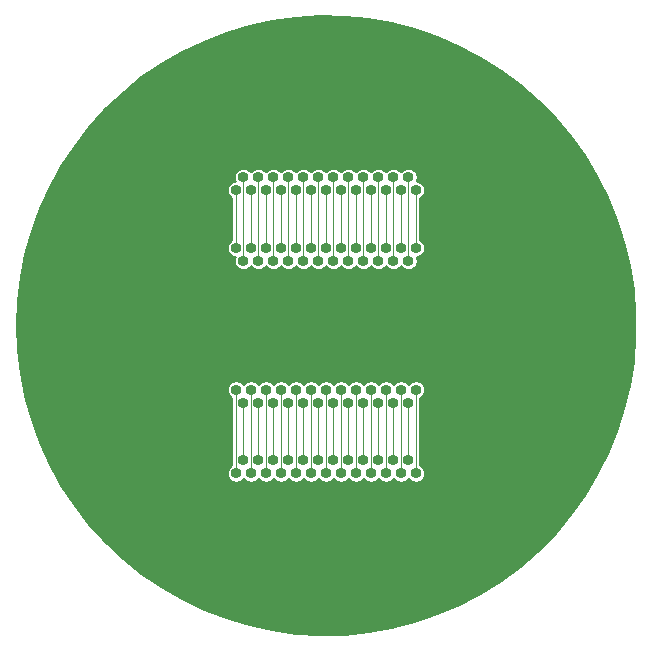
<source format=gbr>
%TF.GenerationSoftware,KiCad,Pcbnew,(5.1.10)-1*%
%TF.CreationDate,2022-07-15T13:15:32-06:00*%
%TF.ProjectId,Double_MicroD_25_Gateway,446f7562-6c65-45f4-9d69-63726f445f32,rev?*%
%TF.SameCoordinates,Original*%
%TF.FileFunction,Copper,L1,Top*%
%TF.FilePolarity,Positive*%
%FSLAX46Y46*%
G04 Gerber Fmt 4.6, Leading zero omitted, Abs format (unit mm)*
G04 Created by KiCad (PCBNEW (5.1.10)-1) date 2022-07-15 13:15:32*
%MOMM*%
%LPD*%
G01*
G04 APERTURE LIST*
%TA.AperFunction,ComponentPad*%
%ADD10O,0.920000X0.920000*%
%TD*%
%TA.AperFunction,Conductor*%
%ADD11C,0.100000*%
%TD*%
%TA.AperFunction,NonConductor*%
%ADD12C,0.254000*%
%TD*%
%TA.AperFunction,NonConductor*%
%ADD13C,0.100000*%
%TD*%
G04 APERTURE END LIST*
D10*
%TO.P,J4,1*%
%TO.N,Net-(J3-Pad1)*%
X-7620000Y-12550000D03*
%TO.P,J4,14*%
%TO.N,Net-(J3-Pad14)*%
X-6985000Y-11450000D03*
%TO.P,J4,2*%
%TO.N,Net-(J3-Pad2)*%
X-6350000Y-12550000D03*
%TO.P,J4,15*%
%TO.N,Net-(J3-Pad15)*%
X-5715000Y-11450000D03*
%TO.P,J4,3*%
%TO.N,Net-(J3-Pad3)*%
X-5080000Y-12550000D03*
%TO.P,J4,16*%
%TO.N,Net-(J3-Pad16)*%
X-4445000Y-11450000D03*
%TO.P,J4,4*%
%TO.N,Net-(J3-Pad4)*%
X-3810000Y-12550000D03*
%TO.P,J4,17*%
%TO.N,Net-(J3-Pad17)*%
X-3175000Y-11450000D03*
%TO.P,J4,5*%
%TO.N,Net-(J3-Pad5)*%
X-2540000Y-12550000D03*
%TO.P,J4,18*%
%TO.N,Net-(J3-Pad18)*%
X-1905000Y-11450000D03*
%TO.P,J4,6*%
%TO.N,Net-(J3-Pad6)*%
X-1270000Y-12550000D03*
%TO.P,J4,19*%
%TO.N,Net-(J3-Pad19)*%
X-635000Y-11450000D03*
%TO.P,J4,7*%
%TO.N,Net-(J3-Pad7)*%
X0Y-12550000D03*
%TO.P,J4,20*%
%TO.N,Net-(J3-Pad20)*%
X635000Y-11450000D03*
%TO.P,J4,8*%
%TO.N,Net-(J3-Pad8)*%
X1270000Y-12550000D03*
%TO.P,J4,21*%
%TO.N,Net-(J3-Pad21)*%
X1905000Y-11450000D03*
%TO.P,J4,9*%
%TO.N,Net-(J3-Pad9)*%
X2540000Y-12550000D03*
%TO.P,J4,22*%
%TO.N,Net-(J3-Pad22)*%
X3175000Y-11450000D03*
%TO.P,J4,10*%
%TO.N,Net-(J3-Pad10)*%
X3810000Y-12550000D03*
%TO.P,J4,23*%
%TO.N,Net-(J3-Pad23)*%
X4445000Y-11450000D03*
%TO.P,J4,11*%
%TO.N,Net-(J3-Pad11)*%
X5080000Y-12550000D03*
%TO.P,J4,24*%
%TO.N,Net-(J3-Pad24)*%
X5715000Y-11450000D03*
%TO.P,J4,12*%
%TO.N,Net-(J3-Pad12)*%
X6350000Y-12550000D03*
%TO.P,J4,25*%
%TO.N,Net-(J3-Pad25)*%
X6985000Y-11450000D03*
%TO.P,J4,13*%
%TO.N,Net-(J3-Pad13)*%
X7620000Y-12550000D03*
%TD*%
%TO.P,J3,1*%
%TO.N,Net-(J3-Pad1)*%
X-7620000Y-5450000D03*
%TO.P,J3,14*%
%TO.N,Net-(J3-Pad14)*%
X-6985000Y-6550000D03*
%TO.P,J3,2*%
%TO.N,Net-(J3-Pad2)*%
X-6350000Y-5450000D03*
%TO.P,J3,15*%
%TO.N,Net-(J3-Pad15)*%
X-5715000Y-6550000D03*
%TO.P,J3,3*%
%TO.N,Net-(J3-Pad3)*%
X-5080000Y-5450000D03*
%TO.P,J3,16*%
%TO.N,Net-(J3-Pad16)*%
X-4445000Y-6550000D03*
%TO.P,J3,4*%
%TO.N,Net-(J3-Pad4)*%
X-3810000Y-5450000D03*
%TO.P,J3,17*%
%TO.N,Net-(J3-Pad17)*%
X-3175000Y-6550000D03*
%TO.P,J3,5*%
%TO.N,Net-(J3-Pad5)*%
X-2540000Y-5450000D03*
%TO.P,J3,18*%
%TO.N,Net-(J3-Pad18)*%
X-1905000Y-6550000D03*
%TO.P,J3,6*%
%TO.N,Net-(J3-Pad6)*%
X-1270000Y-5450000D03*
%TO.P,J3,19*%
%TO.N,Net-(J3-Pad19)*%
X-635000Y-6550000D03*
%TO.P,J3,7*%
%TO.N,Net-(J3-Pad7)*%
X0Y-5450000D03*
%TO.P,J3,20*%
%TO.N,Net-(J3-Pad20)*%
X635000Y-6550000D03*
%TO.P,J3,8*%
%TO.N,Net-(J3-Pad8)*%
X1270000Y-5450000D03*
%TO.P,J3,21*%
%TO.N,Net-(J3-Pad21)*%
X1905000Y-6550000D03*
%TO.P,J3,9*%
%TO.N,Net-(J3-Pad9)*%
X2540000Y-5450000D03*
%TO.P,J3,22*%
%TO.N,Net-(J3-Pad22)*%
X3175000Y-6550000D03*
%TO.P,J3,10*%
%TO.N,Net-(J3-Pad10)*%
X3810000Y-5450000D03*
%TO.P,J3,23*%
%TO.N,Net-(J3-Pad23)*%
X4445000Y-6550000D03*
%TO.P,J3,11*%
%TO.N,Net-(J3-Pad11)*%
X5080000Y-5450000D03*
%TO.P,J3,24*%
%TO.N,Net-(J3-Pad24)*%
X5715000Y-6550000D03*
%TO.P,J3,12*%
%TO.N,Net-(J3-Pad12)*%
X6350000Y-5450000D03*
%TO.P,J3,25*%
%TO.N,Net-(J3-Pad25)*%
X6985000Y-6550000D03*
%TO.P,J3,13*%
%TO.N,Net-(J3-Pad13)*%
X7620000Y-5450000D03*
%TD*%
%TO.P,J2,1*%
%TO.N,Net-(J1-Pad1)*%
X-7620000Y11450000D03*
%TO.P,J2,14*%
%TO.N,Net-(J1-Pad14)*%
X-6985000Y12550000D03*
%TO.P,J2,2*%
%TO.N,Net-(J1-Pad2)*%
X-6350000Y11450000D03*
%TO.P,J2,15*%
%TO.N,Net-(J1-Pad15)*%
X-5715000Y12550000D03*
%TO.P,J2,3*%
%TO.N,Net-(J1-Pad3)*%
X-5080000Y11450000D03*
%TO.P,J2,16*%
%TO.N,Net-(J1-Pad16)*%
X-4445000Y12550000D03*
%TO.P,J2,4*%
%TO.N,Net-(J1-Pad4)*%
X-3810000Y11450000D03*
%TO.P,J2,17*%
%TO.N,Net-(J1-Pad17)*%
X-3175000Y12550000D03*
%TO.P,J2,5*%
%TO.N,Net-(J1-Pad5)*%
X-2540000Y11450000D03*
%TO.P,J2,18*%
%TO.N,Net-(J1-Pad18)*%
X-1905000Y12550000D03*
%TO.P,J2,6*%
%TO.N,Net-(J1-Pad6)*%
X-1270000Y11450000D03*
%TO.P,J2,19*%
%TO.N,Net-(J1-Pad19)*%
X-635000Y12550000D03*
%TO.P,J2,7*%
%TO.N,Net-(J1-Pad7)*%
X0Y11450000D03*
%TO.P,J2,20*%
%TO.N,Net-(J1-Pad20)*%
X635000Y12550000D03*
%TO.P,J2,8*%
%TO.N,Net-(J1-Pad8)*%
X1270000Y11450000D03*
%TO.P,J2,21*%
%TO.N,Net-(J1-Pad21)*%
X1905000Y12550000D03*
%TO.P,J2,9*%
%TO.N,Net-(J1-Pad9)*%
X2540000Y11450000D03*
%TO.P,J2,22*%
%TO.N,Net-(J1-Pad22)*%
X3175000Y12550000D03*
%TO.P,J2,10*%
%TO.N,Net-(J1-Pad10)*%
X3810000Y11450000D03*
%TO.P,J2,23*%
%TO.N,Net-(J1-Pad23)*%
X4445000Y12550000D03*
%TO.P,J2,11*%
%TO.N,Net-(J1-Pad11)*%
X5080000Y11450000D03*
%TO.P,J2,24*%
%TO.N,Net-(J1-Pad24)*%
X5715000Y12550000D03*
%TO.P,J2,12*%
%TO.N,Net-(J1-Pad12)*%
X6350000Y11450000D03*
%TO.P,J2,25*%
%TO.N,Net-(J1-Pad25)*%
X6985000Y12550000D03*
%TO.P,J2,13*%
%TO.N,Net-(J1-Pad13)*%
X7620000Y11450000D03*
%TD*%
%TO.P,J1,1*%
%TO.N,Net-(J1-Pad1)*%
X-7620000Y6550000D03*
%TO.P,J1,14*%
%TO.N,Net-(J1-Pad14)*%
X-6985000Y5450000D03*
%TO.P,J1,2*%
%TO.N,Net-(J1-Pad2)*%
X-6350000Y6550000D03*
%TO.P,J1,15*%
%TO.N,Net-(J1-Pad15)*%
X-5715000Y5450000D03*
%TO.P,J1,3*%
%TO.N,Net-(J1-Pad3)*%
X-5080000Y6550000D03*
%TO.P,J1,16*%
%TO.N,Net-(J1-Pad16)*%
X-4445000Y5450000D03*
%TO.P,J1,4*%
%TO.N,Net-(J1-Pad4)*%
X-3810000Y6550000D03*
%TO.P,J1,17*%
%TO.N,Net-(J1-Pad17)*%
X-3175000Y5450000D03*
%TO.P,J1,5*%
%TO.N,Net-(J1-Pad5)*%
X-2540000Y6550000D03*
%TO.P,J1,18*%
%TO.N,Net-(J1-Pad18)*%
X-1905000Y5450000D03*
%TO.P,J1,6*%
%TO.N,Net-(J1-Pad6)*%
X-1270000Y6550000D03*
%TO.P,J1,19*%
%TO.N,Net-(J1-Pad19)*%
X-635000Y5450000D03*
%TO.P,J1,7*%
%TO.N,Net-(J1-Pad7)*%
X0Y6550000D03*
%TO.P,J1,20*%
%TO.N,Net-(J1-Pad20)*%
X635000Y5450000D03*
%TO.P,J1,8*%
%TO.N,Net-(J1-Pad8)*%
X1270000Y6550000D03*
%TO.P,J1,21*%
%TO.N,Net-(J1-Pad21)*%
X1905000Y5450000D03*
%TO.P,J1,9*%
%TO.N,Net-(J1-Pad9)*%
X2540000Y6550000D03*
%TO.P,J1,22*%
%TO.N,Net-(J1-Pad22)*%
X3175000Y5450000D03*
%TO.P,J1,10*%
%TO.N,Net-(J1-Pad10)*%
X3810000Y6550000D03*
%TO.P,J1,23*%
%TO.N,Net-(J1-Pad23)*%
X4445000Y5450000D03*
%TO.P,J1,11*%
%TO.N,Net-(J1-Pad11)*%
X5080000Y6550000D03*
%TO.P,J1,24*%
%TO.N,Net-(J1-Pad24)*%
X5715000Y5450000D03*
%TO.P,J1,12*%
%TO.N,Net-(J1-Pad12)*%
X6350000Y6550000D03*
%TO.P,J1,25*%
%TO.N,Net-(J1-Pad25)*%
X6985000Y5450000D03*
%TO.P,J1,13*%
%TO.N,Net-(J1-Pad13)*%
X7620000Y6550000D03*
%TD*%
D11*
%TO.N,Net-(J1-Pad1)*%
X-7620000Y6550000D02*
X-7620000Y11450000D01*
%TO.N,Net-(J1-Pad14)*%
X-6985000Y12550000D02*
X-6985000Y5450000D01*
%TO.N,Net-(J1-Pad2)*%
X-6350000Y11450000D02*
X-6350000Y6550000D01*
%TO.N,Net-(J1-Pad15)*%
X-5715000Y12550000D02*
X-5715000Y5450000D01*
%TO.N,Net-(J1-Pad3)*%
X-5080000Y6550000D02*
X-5080000Y11450000D01*
%TO.N,Net-(J1-Pad16)*%
X-4445000Y12550000D02*
X-4445000Y5450000D01*
%TO.N,Net-(J1-Pad4)*%
X-3810000Y6550000D02*
X-3810000Y11450000D01*
%TO.N,Net-(J1-Pad17)*%
X-3175000Y12550000D02*
X-3175000Y5450000D01*
%TO.N,Net-(J1-Pad5)*%
X-2540000Y6550000D02*
X-2540000Y11450000D01*
%TO.N,Net-(J1-Pad18)*%
X-1905000Y12550000D02*
X-1905000Y5450000D01*
%TO.N,Net-(J1-Pad6)*%
X-1270000Y6550000D02*
X-1270000Y11450000D01*
%TO.N,Net-(J1-Pad19)*%
X-635000Y12550000D02*
X-635000Y5450000D01*
%TO.N,Net-(J1-Pad7)*%
X0Y11450000D02*
X0Y6550000D01*
%TO.N,Net-(J1-Pad20)*%
X635000Y12550000D02*
X635000Y5450000D01*
%TO.N,Net-(J1-Pad8)*%
X1270000Y11450000D02*
X1270000Y6550000D01*
%TO.N,Net-(J1-Pad21)*%
X1905000Y5450000D02*
X1905000Y12550000D01*
%TO.N,Net-(J1-Pad9)*%
X2540000Y11450000D02*
X2540000Y6550000D01*
%TO.N,Net-(J1-Pad22)*%
X3175000Y5450000D02*
X3175000Y12550000D01*
%TO.N,Net-(J1-Pad10)*%
X3810000Y11450000D02*
X3810000Y6550000D01*
%TO.N,Net-(J1-Pad23)*%
X4445000Y11703002D02*
X4445000Y12550000D01*
X4445000Y5450000D02*
X4445000Y11703002D01*
%TO.N,Net-(J1-Pad11)*%
X5080000Y11450000D02*
X5080000Y6550000D01*
%TO.N,Net-(J1-Pad24)*%
X5715000Y5450000D02*
X5715000Y12550000D01*
%TO.N,Net-(J1-Pad12)*%
X6350000Y11450000D02*
X6350000Y6550000D01*
%TO.N,Net-(J1-Pad25)*%
X6985000Y5450000D02*
X6985000Y12550000D01*
%TO.N,Net-(J1-Pad13)*%
X7620000Y11450000D02*
X7620000Y6550000D01*
%TO.N,Net-(J3-Pad1)*%
X-7620000Y-5450000D02*
X-7620000Y-12550000D01*
%TO.N,Net-(J3-Pad14)*%
X-6985000Y-11450000D02*
X-6985000Y-6550000D01*
%TO.N,Net-(J3-Pad2)*%
X-6350000Y-5450000D02*
X-6350000Y-12550000D01*
%TO.N,Net-(J3-Pad15)*%
X-5715000Y-11450000D02*
X-5715000Y-6550000D01*
%TO.N,Net-(J3-Pad3)*%
X-5080000Y-12550000D02*
X-5080000Y-5450000D01*
%TO.N,Net-(J3-Pad16)*%
X-4445000Y-6550000D02*
X-4445000Y-11450000D01*
%TO.N,Net-(J3-Pad4)*%
X-3810000Y-5450000D02*
X-3810000Y-12550000D01*
%TO.N,Net-(J3-Pad17)*%
X-3175000Y-11450000D02*
X-3175000Y-6550000D01*
%TO.N,Net-(J3-Pad5)*%
X-2540000Y-5450000D02*
X-2540000Y-12550000D01*
%TO.N,Net-(J3-Pad18)*%
X-1905000Y-11450000D02*
X-1905000Y-6550000D01*
%TO.N,Net-(J3-Pad6)*%
X-1270000Y-5450000D02*
X-1270000Y-12550000D01*
%TO.N,Net-(J3-Pad19)*%
X-635000Y-11450000D02*
X-635000Y-6550000D01*
%TO.N,Net-(J3-Pad7)*%
X0Y-5450000D02*
X0Y-12550000D01*
%TO.N,Net-(J3-Pad20)*%
X635000Y-11450000D02*
X635000Y-6550000D01*
%TO.N,Net-(J3-Pad8)*%
X1270000Y-5450000D02*
X1270000Y-12550000D01*
%TO.N,Net-(J3-Pad21)*%
X1905000Y-11450000D02*
X1905000Y-6550000D01*
%TO.N,Net-(J3-Pad9)*%
X2540000Y-5450000D02*
X2540000Y-12550000D01*
%TO.N,Net-(J3-Pad22)*%
X3175000Y-11450000D02*
X3175000Y-6550000D01*
%TO.N,Net-(J3-Pad10)*%
X3810000Y-5450000D02*
X3810000Y-12550000D01*
%TO.N,Net-(J3-Pad23)*%
X4445000Y-11450000D02*
X4445000Y-6550000D01*
%TO.N,Net-(J3-Pad11)*%
X5080000Y-5450000D02*
X5080000Y-12550000D01*
%TO.N,Net-(J3-Pad24)*%
X5715000Y-11450000D02*
X5715000Y-6550000D01*
%TO.N,Net-(J3-Pad12)*%
X6350000Y-5450000D02*
X6350000Y-12550000D01*
%TO.N,Net-(J3-Pad25)*%
X6985000Y-11450000D02*
X6985000Y-6550000D01*
%TO.N,Net-(J3-Pad13)*%
X7620000Y-5450000D02*
X7620000Y-12550000D01*
%TD*%
D12*
X1520371Y26103762D02*
X3538643Y25907449D01*
X5535633Y25555326D01*
X7499331Y25049510D01*
X9417927Y24393043D01*
X11279883Y23589874D01*
X13074000Y22644832D01*
X14789489Y21563602D01*
X16416031Y20352686D01*
X17943846Y19019366D01*
X19363745Y17571662D01*
X20667188Y16018279D01*
X21846335Y14368561D01*
X22894097Y12632428D01*
X23804170Y10820323D01*
X24571083Y8943143D01*
X25190222Y7012177D01*
X25657864Y5039040D01*
X25971197Y3035598D01*
X26128335Y1013898D01*
X26128335Y-1013898D01*
X25971197Y-3035598D01*
X25657864Y-5039040D01*
X25190222Y-7012177D01*
X24571083Y-8943143D01*
X23804170Y-10820323D01*
X22894097Y-12632428D01*
X21846335Y-14368561D01*
X20667188Y-16018279D01*
X19363745Y-17571662D01*
X17943846Y-19019366D01*
X16416031Y-20352686D01*
X14789489Y-21563602D01*
X13074000Y-22644832D01*
X11279883Y-23589874D01*
X9417927Y-24393043D01*
X7499331Y-25049510D01*
X5535633Y-25555326D01*
X3538643Y-25907449D01*
X1520371Y-26103762D01*
X-507045Y-26143083D01*
X-2531411Y-26025178D01*
X-4540553Y-25750753D01*
X-6522387Y-25321461D01*
X-8464995Y-24739882D01*
X-10356694Y-24009515D01*
X-12186106Y-23134751D01*
X-13942230Y-22120853D01*
X-15614503Y-20973917D01*
X-17192869Y-19700842D01*
X-18667835Y-18309283D01*
X-20030530Y-16807610D01*
X-21272760Y-15204855D01*
X-22387052Y-13510655D01*
X-23366706Y-11735201D01*
X-24205830Y-9889170D01*
X-24899378Y-7983664D01*
X-25443177Y-6030144D01*
X-25572336Y-5372487D01*
X-8407000Y-5372487D01*
X-8407000Y-5527513D01*
X-8376756Y-5679559D01*
X-8317430Y-5822784D01*
X-8231303Y-5951683D01*
X-8121683Y-6061303D01*
X-7997000Y-6144613D01*
X-7996999Y-11855386D01*
X-8121683Y-11938697D01*
X-8231303Y-12048317D01*
X-8317430Y-12177216D01*
X-8376756Y-12320441D01*
X-8407000Y-12472487D01*
X-8407000Y-12627513D01*
X-8376756Y-12779559D01*
X-8317430Y-12922784D01*
X-8231303Y-13051683D01*
X-8121683Y-13161303D01*
X-7992784Y-13247430D01*
X-7849559Y-13306756D01*
X-7697513Y-13337000D01*
X-7542487Y-13337000D01*
X-7390441Y-13306756D01*
X-7247216Y-13247430D01*
X-7118317Y-13161303D01*
X-7008697Y-13051683D01*
X-6985000Y-13016218D01*
X-6961303Y-13051683D01*
X-6851683Y-13161303D01*
X-6722784Y-13247430D01*
X-6579559Y-13306756D01*
X-6427513Y-13337000D01*
X-6272487Y-13337000D01*
X-6120441Y-13306756D01*
X-5977216Y-13247430D01*
X-5848317Y-13161303D01*
X-5738697Y-13051683D01*
X-5715000Y-13016218D01*
X-5691303Y-13051683D01*
X-5581683Y-13161303D01*
X-5452784Y-13247430D01*
X-5309559Y-13306756D01*
X-5157513Y-13337000D01*
X-5002487Y-13337000D01*
X-4850441Y-13306756D01*
X-4707216Y-13247430D01*
X-4578317Y-13161303D01*
X-4468697Y-13051683D01*
X-4445000Y-13016218D01*
X-4421303Y-13051683D01*
X-4311683Y-13161303D01*
X-4182784Y-13247430D01*
X-4039559Y-13306756D01*
X-3887513Y-13337000D01*
X-3732487Y-13337000D01*
X-3580441Y-13306756D01*
X-3437216Y-13247430D01*
X-3308317Y-13161303D01*
X-3198697Y-13051683D01*
X-3175000Y-13016218D01*
X-3151303Y-13051683D01*
X-3041683Y-13161303D01*
X-2912784Y-13247430D01*
X-2769559Y-13306756D01*
X-2617513Y-13337000D01*
X-2462487Y-13337000D01*
X-2310441Y-13306756D01*
X-2167216Y-13247430D01*
X-2038317Y-13161303D01*
X-1928697Y-13051683D01*
X-1905000Y-13016218D01*
X-1881303Y-13051683D01*
X-1771683Y-13161303D01*
X-1642784Y-13247430D01*
X-1499559Y-13306756D01*
X-1347513Y-13337000D01*
X-1192487Y-13337000D01*
X-1040441Y-13306756D01*
X-897216Y-13247430D01*
X-768317Y-13161303D01*
X-658697Y-13051683D01*
X-635000Y-13016218D01*
X-611303Y-13051683D01*
X-501683Y-13161303D01*
X-372784Y-13247430D01*
X-229559Y-13306756D01*
X-77513Y-13337000D01*
X77513Y-13337000D01*
X229559Y-13306756D01*
X372784Y-13247430D01*
X501683Y-13161303D01*
X611303Y-13051683D01*
X635000Y-13016218D01*
X658697Y-13051683D01*
X768317Y-13161303D01*
X897216Y-13247430D01*
X1040441Y-13306756D01*
X1192487Y-13337000D01*
X1347513Y-13337000D01*
X1499559Y-13306756D01*
X1642784Y-13247430D01*
X1771683Y-13161303D01*
X1881303Y-13051683D01*
X1905000Y-13016218D01*
X1928697Y-13051683D01*
X2038317Y-13161303D01*
X2167216Y-13247430D01*
X2310441Y-13306756D01*
X2462487Y-13337000D01*
X2617513Y-13337000D01*
X2769559Y-13306756D01*
X2912784Y-13247430D01*
X3041683Y-13161303D01*
X3151303Y-13051683D01*
X3175000Y-13016218D01*
X3198697Y-13051683D01*
X3308317Y-13161303D01*
X3437216Y-13247430D01*
X3580441Y-13306756D01*
X3732487Y-13337000D01*
X3887513Y-13337000D01*
X4039559Y-13306756D01*
X4182784Y-13247430D01*
X4311683Y-13161303D01*
X4421303Y-13051683D01*
X4445000Y-13016218D01*
X4468697Y-13051683D01*
X4578317Y-13161303D01*
X4707216Y-13247430D01*
X4850441Y-13306756D01*
X5002487Y-13337000D01*
X5157513Y-13337000D01*
X5309559Y-13306756D01*
X5452784Y-13247430D01*
X5581683Y-13161303D01*
X5691303Y-13051683D01*
X5715000Y-13016218D01*
X5738697Y-13051683D01*
X5848317Y-13161303D01*
X5977216Y-13247430D01*
X6120441Y-13306756D01*
X6272487Y-13337000D01*
X6427513Y-13337000D01*
X6579559Y-13306756D01*
X6722784Y-13247430D01*
X6851683Y-13161303D01*
X6961303Y-13051683D01*
X6985000Y-13016218D01*
X7008697Y-13051683D01*
X7118317Y-13161303D01*
X7247216Y-13247430D01*
X7390441Y-13306756D01*
X7542487Y-13337000D01*
X7697513Y-13337000D01*
X7849559Y-13306756D01*
X7992784Y-13247430D01*
X8121683Y-13161303D01*
X8231303Y-13051683D01*
X8317430Y-12922784D01*
X8376756Y-12779559D01*
X8407000Y-12627513D01*
X8407000Y-12472487D01*
X8376756Y-12320441D01*
X8317430Y-12177216D01*
X8231303Y-12048317D01*
X8121683Y-11938697D01*
X7997000Y-11855387D01*
X7997000Y-6144613D01*
X8121683Y-6061303D01*
X8231303Y-5951683D01*
X8317430Y-5822784D01*
X8376756Y-5679559D01*
X8407000Y-5527513D01*
X8407000Y-5372487D01*
X8376756Y-5220441D01*
X8317430Y-5077216D01*
X8231303Y-4948317D01*
X8121683Y-4838697D01*
X7992784Y-4752570D01*
X7849559Y-4693244D01*
X7697513Y-4663000D01*
X7542487Y-4663000D01*
X7390441Y-4693244D01*
X7247216Y-4752570D01*
X7118317Y-4838697D01*
X7008697Y-4948317D01*
X6985000Y-4983782D01*
X6961303Y-4948317D01*
X6851683Y-4838697D01*
X6722784Y-4752570D01*
X6579559Y-4693244D01*
X6427513Y-4663000D01*
X6272487Y-4663000D01*
X6120441Y-4693244D01*
X5977216Y-4752570D01*
X5848317Y-4838697D01*
X5738697Y-4948317D01*
X5715000Y-4983782D01*
X5691303Y-4948317D01*
X5581683Y-4838697D01*
X5452784Y-4752570D01*
X5309559Y-4693244D01*
X5157513Y-4663000D01*
X5002487Y-4663000D01*
X4850441Y-4693244D01*
X4707216Y-4752570D01*
X4578317Y-4838697D01*
X4468697Y-4948317D01*
X4445000Y-4983782D01*
X4421303Y-4948317D01*
X4311683Y-4838697D01*
X4182784Y-4752570D01*
X4039559Y-4693244D01*
X3887513Y-4663000D01*
X3732487Y-4663000D01*
X3580441Y-4693244D01*
X3437216Y-4752570D01*
X3308317Y-4838697D01*
X3198697Y-4948317D01*
X3175000Y-4983782D01*
X3151303Y-4948317D01*
X3041683Y-4838697D01*
X2912784Y-4752570D01*
X2769559Y-4693244D01*
X2617513Y-4663000D01*
X2462487Y-4663000D01*
X2310441Y-4693244D01*
X2167216Y-4752570D01*
X2038317Y-4838697D01*
X1928697Y-4948317D01*
X1905000Y-4983782D01*
X1881303Y-4948317D01*
X1771683Y-4838697D01*
X1642784Y-4752570D01*
X1499559Y-4693244D01*
X1347513Y-4663000D01*
X1192487Y-4663000D01*
X1040441Y-4693244D01*
X897216Y-4752570D01*
X768317Y-4838697D01*
X658697Y-4948317D01*
X635000Y-4983782D01*
X611303Y-4948317D01*
X501683Y-4838697D01*
X372784Y-4752570D01*
X229559Y-4693244D01*
X77513Y-4663000D01*
X-77513Y-4663000D01*
X-229559Y-4693244D01*
X-372784Y-4752570D01*
X-501683Y-4838697D01*
X-611303Y-4948317D01*
X-635000Y-4983782D01*
X-658697Y-4948317D01*
X-768317Y-4838697D01*
X-897216Y-4752570D01*
X-1040441Y-4693244D01*
X-1192487Y-4663000D01*
X-1347513Y-4663000D01*
X-1499559Y-4693244D01*
X-1642784Y-4752570D01*
X-1771683Y-4838697D01*
X-1881303Y-4948317D01*
X-1905000Y-4983782D01*
X-1928697Y-4948317D01*
X-2038317Y-4838697D01*
X-2167216Y-4752570D01*
X-2310441Y-4693244D01*
X-2462487Y-4663000D01*
X-2617513Y-4663000D01*
X-2769559Y-4693244D01*
X-2912784Y-4752570D01*
X-3041683Y-4838697D01*
X-3151303Y-4948317D01*
X-3175000Y-4983782D01*
X-3198697Y-4948317D01*
X-3308317Y-4838697D01*
X-3437216Y-4752570D01*
X-3580441Y-4693244D01*
X-3732487Y-4663000D01*
X-3887513Y-4663000D01*
X-4039559Y-4693244D01*
X-4182784Y-4752570D01*
X-4311683Y-4838697D01*
X-4421303Y-4948317D01*
X-4445000Y-4983782D01*
X-4468697Y-4948317D01*
X-4578317Y-4838697D01*
X-4707216Y-4752570D01*
X-4850441Y-4693244D01*
X-5002487Y-4663000D01*
X-5157513Y-4663000D01*
X-5309559Y-4693244D01*
X-5452784Y-4752570D01*
X-5581683Y-4838697D01*
X-5691303Y-4948317D01*
X-5715000Y-4983782D01*
X-5738697Y-4948317D01*
X-5848317Y-4838697D01*
X-5977216Y-4752570D01*
X-6120441Y-4693244D01*
X-6272487Y-4663000D01*
X-6427513Y-4663000D01*
X-6579559Y-4693244D01*
X-6722784Y-4752570D01*
X-6851683Y-4838697D01*
X-6961303Y-4948317D01*
X-6985000Y-4983782D01*
X-7008697Y-4948317D01*
X-7118317Y-4838697D01*
X-7247216Y-4752570D01*
X-7390441Y-4693244D01*
X-7542487Y-4663000D01*
X-7697513Y-4663000D01*
X-7849559Y-4693244D01*
X-7992784Y-4752570D01*
X-8121683Y-4838697D01*
X-8231303Y-4948317D01*
X-8317430Y-5077216D01*
X-8376756Y-5220441D01*
X-8407000Y-5372487D01*
X-25572336Y-5372487D01*
X-25833959Y-4040357D01*
X-26069371Y-2026272D01*
X-26148000Y0D01*
X-26069371Y2026272D01*
X-25833959Y4040357D01*
X-25443177Y6030144D01*
X-24899378Y7983664D01*
X-24205830Y9889170D01*
X-23461112Y11527513D01*
X-8407000Y11527513D01*
X-8407000Y11372487D01*
X-8376756Y11220441D01*
X-8317430Y11077216D01*
X-8231303Y10948317D01*
X-8121683Y10838697D01*
X-7996999Y10755386D01*
X-7997000Y7244613D01*
X-8121683Y7161303D01*
X-8231303Y7051683D01*
X-8317430Y6922784D01*
X-8376756Y6779559D01*
X-8407000Y6627513D01*
X-8407000Y6472487D01*
X-8376756Y6320441D01*
X-8317430Y6177216D01*
X-8231303Y6048317D01*
X-8121683Y5938697D01*
X-7992784Y5852570D01*
X-7849559Y5793244D01*
X-7706457Y5764779D01*
X-7741756Y5679559D01*
X-7772000Y5527513D01*
X-7772000Y5372487D01*
X-7741756Y5220441D01*
X-7682430Y5077216D01*
X-7596303Y4948317D01*
X-7486683Y4838697D01*
X-7357784Y4752570D01*
X-7214559Y4693244D01*
X-7062513Y4663000D01*
X-6907487Y4663000D01*
X-6755441Y4693244D01*
X-6612216Y4752570D01*
X-6483317Y4838697D01*
X-6373697Y4948317D01*
X-6350000Y4983782D01*
X-6326303Y4948317D01*
X-6216683Y4838697D01*
X-6087784Y4752570D01*
X-5944559Y4693244D01*
X-5792513Y4663000D01*
X-5637487Y4663000D01*
X-5485441Y4693244D01*
X-5342216Y4752570D01*
X-5213317Y4838697D01*
X-5103697Y4948317D01*
X-5080000Y4983782D01*
X-5056303Y4948317D01*
X-4946683Y4838697D01*
X-4817784Y4752570D01*
X-4674559Y4693244D01*
X-4522513Y4663000D01*
X-4367487Y4663000D01*
X-4215441Y4693244D01*
X-4072216Y4752570D01*
X-3943317Y4838697D01*
X-3833697Y4948317D01*
X-3810000Y4983782D01*
X-3786303Y4948317D01*
X-3676683Y4838697D01*
X-3547784Y4752570D01*
X-3404559Y4693244D01*
X-3252513Y4663000D01*
X-3097487Y4663000D01*
X-2945441Y4693244D01*
X-2802216Y4752570D01*
X-2673317Y4838697D01*
X-2563697Y4948317D01*
X-2540000Y4983782D01*
X-2516303Y4948317D01*
X-2406683Y4838697D01*
X-2277784Y4752570D01*
X-2134559Y4693244D01*
X-1982513Y4663000D01*
X-1827487Y4663000D01*
X-1675441Y4693244D01*
X-1532216Y4752570D01*
X-1403317Y4838697D01*
X-1293697Y4948317D01*
X-1270000Y4983782D01*
X-1246303Y4948317D01*
X-1136683Y4838697D01*
X-1007784Y4752570D01*
X-864559Y4693244D01*
X-712513Y4663000D01*
X-557487Y4663000D01*
X-405441Y4693244D01*
X-262216Y4752570D01*
X-133317Y4838697D01*
X-23697Y4948317D01*
X0Y4983782D01*
X23697Y4948317D01*
X133317Y4838697D01*
X262216Y4752570D01*
X405441Y4693244D01*
X557487Y4663000D01*
X712513Y4663000D01*
X864559Y4693244D01*
X1007784Y4752570D01*
X1136683Y4838697D01*
X1246303Y4948317D01*
X1270000Y4983782D01*
X1293697Y4948317D01*
X1403317Y4838697D01*
X1532216Y4752570D01*
X1675441Y4693244D01*
X1827487Y4663000D01*
X1982513Y4663000D01*
X2134559Y4693244D01*
X2277784Y4752570D01*
X2406683Y4838697D01*
X2516303Y4948317D01*
X2540000Y4983782D01*
X2563697Y4948317D01*
X2673317Y4838697D01*
X2802216Y4752570D01*
X2945441Y4693244D01*
X3097487Y4663000D01*
X3252513Y4663000D01*
X3404559Y4693244D01*
X3547784Y4752570D01*
X3676683Y4838697D01*
X3786303Y4948317D01*
X3810000Y4983782D01*
X3833697Y4948317D01*
X3943317Y4838697D01*
X4072216Y4752570D01*
X4215441Y4693244D01*
X4367487Y4663000D01*
X4522513Y4663000D01*
X4674559Y4693244D01*
X4817784Y4752570D01*
X4946683Y4838697D01*
X5056303Y4948317D01*
X5080000Y4983782D01*
X5103697Y4948317D01*
X5213317Y4838697D01*
X5342216Y4752570D01*
X5485441Y4693244D01*
X5637487Y4663000D01*
X5792513Y4663000D01*
X5944559Y4693244D01*
X6087784Y4752570D01*
X6216683Y4838697D01*
X6326303Y4948317D01*
X6350000Y4983782D01*
X6373697Y4948317D01*
X6483317Y4838697D01*
X6612216Y4752570D01*
X6755441Y4693244D01*
X6907487Y4663000D01*
X7062513Y4663000D01*
X7214559Y4693244D01*
X7357784Y4752570D01*
X7486683Y4838697D01*
X7596303Y4948317D01*
X7682430Y5077216D01*
X7741756Y5220441D01*
X7772000Y5372487D01*
X7772000Y5527513D01*
X7741756Y5679559D01*
X7706457Y5764779D01*
X7849559Y5793244D01*
X7992784Y5852570D01*
X8121683Y5938697D01*
X8231303Y6048317D01*
X8317430Y6177216D01*
X8376756Y6320441D01*
X8407000Y6472487D01*
X8407000Y6627513D01*
X8376756Y6779559D01*
X8317430Y6922784D01*
X8231303Y7051683D01*
X8121683Y7161303D01*
X7997000Y7244613D01*
X7997000Y10755387D01*
X8121683Y10838697D01*
X8231303Y10948317D01*
X8317430Y11077216D01*
X8376756Y11220441D01*
X8407000Y11372487D01*
X8407000Y11527513D01*
X8376756Y11679559D01*
X8317430Y11822784D01*
X8231303Y11951683D01*
X8121683Y12061303D01*
X7992784Y12147430D01*
X7849559Y12206756D01*
X7706457Y12235221D01*
X7741756Y12320441D01*
X7772000Y12472487D01*
X7772000Y12627513D01*
X7741756Y12779559D01*
X7682430Y12922784D01*
X7596303Y13051683D01*
X7486683Y13161303D01*
X7357784Y13247430D01*
X7214559Y13306756D01*
X7062513Y13337000D01*
X6907487Y13337000D01*
X6755441Y13306756D01*
X6612216Y13247430D01*
X6483317Y13161303D01*
X6373697Y13051683D01*
X6350000Y13016218D01*
X6326303Y13051683D01*
X6216683Y13161303D01*
X6087784Y13247430D01*
X5944559Y13306756D01*
X5792513Y13337000D01*
X5637487Y13337000D01*
X5485441Y13306756D01*
X5342216Y13247430D01*
X5213317Y13161303D01*
X5103697Y13051683D01*
X5080000Y13016218D01*
X5056303Y13051683D01*
X4946683Y13161303D01*
X4817784Y13247430D01*
X4674559Y13306756D01*
X4522513Y13337000D01*
X4367487Y13337000D01*
X4215441Y13306756D01*
X4072216Y13247430D01*
X3943317Y13161303D01*
X3833697Y13051683D01*
X3810000Y13016218D01*
X3786303Y13051683D01*
X3676683Y13161303D01*
X3547784Y13247430D01*
X3404559Y13306756D01*
X3252513Y13337000D01*
X3097487Y13337000D01*
X2945441Y13306756D01*
X2802216Y13247430D01*
X2673317Y13161303D01*
X2563697Y13051683D01*
X2540000Y13016218D01*
X2516303Y13051683D01*
X2406683Y13161303D01*
X2277784Y13247430D01*
X2134559Y13306756D01*
X1982513Y13337000D01*
X1827487Y13337000D01*
X1675441Y13306756D01*
X1532216Y13247430D01*
X1403317Y13161303D01*
X1293697Y13051683D01*
X1270000Y13016218D01*
X1246303Y13051683D01*
X1136683Y13161303D01*
X1007784Y13247430D01*
X864559Y13306756D01*
X712513Y13337000D01*
X557487Y13337000D01*
X405441Y13306756D01*
X262216Y13247430D01*
X133317Y13161303D01*
X23697Y13051683D01*
X0Y13016218D01*
X-23697Y13051683D01*
X-133317Y13161303D01*
X-262216Y13247430D01*
X-405441Y13306756D01*
X-557487Y13337000D01*
X-712513Y13337000D01*
X-864559Y13306756D01*
X-1007784Y13247430D01*
X-1136683Y13161303D01*
X-1246303Y13051683D01*
X-1270000Y13016218D01*
X-1293697Y13051683D01*
X-1403317Y13161303D01*
X-1532216Y13247430D01*
X-1675441Y13306756D01*
X-1827487Y13337000D01*
X-1982513Y13337000D01*
X-2134559Y13306756D01*
X-2277784Y13247430D01*
X-2406683Y13161303D01*
X-2516303Y13051683D01*
X-2540000Y13016218D01*
X-2563697Y13051683D01*
X-2673317Y13161303D01*
X-2802216Y13247430D01*
X-2945441Y13306756D01*
X-3097487Y13337000D01*
X-3252513Y13337000D01*
X-3404559Y13306756D01*
X-3547784Y13247430D01*
X-3676683Y13161303D01*
X-3786303Y13051683D01*
X-3810000Y13016218D01*
X-3833697Y13051683D01*
X-3943317Y13161303D01*
X-4072216Y13247430D01*
X-4215441Y13306756D01*
X-4367487Y13337000D01*
X-4522513Y13337000D01*
X-4674559Y13306756D01*
X-4817784Y13247430D01*
X-4946683Y13161303D01*
X-5056303Y13051683D01*
X-5080000Y13016218D01*
X-5103697Y13051683D01*
X-5213317Y13161303D01*
X-5342216Y13247430D01*
X-5485441Y13306756D01*
X-5637487Y13337000D01*
X-5792513Y13337000D01*
X-5944559Y13306756D01*
X-6087784Y13247430D01*
X-6216683Y13161303D01*
X-6326303Y13051683D01*
X-6350000Y13016218D01*
X-6373697Y13051683D01*
X-6483317Y13161303D01*
X-6612216Y13247430D01*
X-6755441Y13306756D01*
X-6907487Y13337000D01*
X-7062513Y13337000D01*
X-7214559Y13306756D01*
X-7357784Y13247430D01*
X-7486683Y13161303D01*
X-7596303Y13051683D01*
X-7682430Y12922784D01*
X-7741756Y12779559D01*
X-7772000Y12627513D01*
X-7772000Y12472487D01*
X-7741756Y12320441D01*
X-7706457Y12235221D01*
X-7849559Y12206756D01*
X-7992784Y12147430D01*
X-8121683Y12061303D01*
X-8231303Y11951683D01*
X-8317430Y11822784D01*
X-8376756Y11679559D01*
X-8407000Y11527513D01*
X-23461112Y11527513D01*
X-23366706Y11735201D01*
X-22387052Y13510655D01*
X-21272760Y15204855D01*
X-20030530Y16807610D01*
X-18667835Y18309283D01*
X-17192869Y19700842D01*
X-15614503Y20973917D01*
X-13942230Y22120853D01*
X-12186106Y23134751D01*
X-10356694Y24009515D01*
X-8464995Y24739882D01*
X-6522387Y25321461D01*
X-4540553Y25750753D01*
X-2531411Y26025178D01*
X-507045Y26143083D01*
X1520371Y26103762D01*
%TA.AperFunction,NonConductor*%
D13*
G36*
X1520371Y26103762D02*
G01*
X3538643Y25907449D01*
X5535633Y25555326D01*
X7499331Y25049510D01*
X9417927Y24393043D01*
X11279883Y23589874D01*
X13074000Y22644832D01*
X14789489Y21563602D01*
X16416031Y20352686D01*
X17943846Y19019366D01*
X19363745Y17571662D01*
X20667188Y16018279D01*
X21846335Y14368561D01*
X22894097Y12632428D01*
X23804170Y10820323D01*
X24571083Y8943143D01*
X25190222Y7012177D01*
X25657864Y5039040D01*
X25971197Y3035598D01*
X26128335Y1013898D01*
X26128335Y-1013898D01*
X25971197Y-3035598D01*
X25657864Y-5039040D01*
X25190222Y-7012177D01*
X24571083Y-8943143D01*
X23804170Y-10820323D01*
X22894097Y-12632428D01*
X21846335Y-14368561D01*
X20667188Y-16018279D01*
X19363745Y-17571662D01*
X17943846Y-19019366D01*
X16416031Y-20352686D01*
X14789489Y-21563602D01*
X13074000Y-22644832D01*
X11279883Y-23589874D01*
X9417927Y-24393043D01*
X7499331Y-25049510D01*
X5535633Y-25555326D01*
X3538643Y-25907449D01*
X1520371Y-26103762D01*
X-507045Y-26143083D01*
X-2531411Y-26025178D01*
X-4540553Y-25750753D01*
X-6522387Y-25321461D01*
X-8464995Y-24739882D01*
X-10356694Y-24009515D01*
X-12186106Y-23134751D01*
X-13942230Y-22120853D01*
X-15614503Y-20973917D01*
X-17192869Y-19700842D01*
X-18667835Y-18309283D01*
X-20030530Y-16807610D01*
X-21272760Y-15204855D01*
X-22387052Y-13510655D01*
X-23366706Y-11735201D01*
X-24205830Y-9889170D01*
X-24899378Y-7983664D01*
X-25443177Y-6030144D01*
X-25572336Y-5372487D01*
X-8407000Y-5372487D01*
X-8407000Y-5527513D01*
X-8376756Y-5679559D01*
X-8317430Y-5822784D01*
X-8231303Y-5951683D01*
X-8121683Y-6061303D01*
X-7997000Y-6144613D01*
X-7996999Y-11855386D01*
X-8121683Y-11938697D01*
X-8231303Y-12048317D01*
X-8317430Y-12177216D01*
X-8376756Y-12320441D01*
X-8407000Y-12472487D01*
X-8407000Y-12627513D01*
X-8376756Y-12779559D01*
X-8317430Y-12922784D01*
X-8231303Y-13051683D01*
X-8121683Y-13161303D01*
X-7992784Y-13247430D01*
X-7849559Y-13306756D01*
X-7697513Y-13337000D01*
X-7542487Y-13337000D01*
X-7390441Y-13306756D01*
X-7247216Y-13247430D01*
X-7118317Y-13161303D01*
X-7008697Y-13051683D01*
X-6985000Y-13016218D01*
X-6961303Y-13051683D01*
X-6851683Y-13161303D01*
X-6722784Y-13247430D01*
X-6579559Y-13306756D01*
X-6427513Y-13337000D01*
X-6272487Y-13337000D01*
X-6120441Y-13306756D01*
X-5977216Y-13247430D01*
X-5848317Y-13161303D01*
X-5738697Y-13051683D01*
X-5715000Y-13016218D01*
X-5691303Y-13051683D01*
X-5581683Y-13161303D01*
X-5452784Y-13247430D01*
X-5309559Y-13306756D01*
X-5157513Y-13337000D01*
X-5002487Y-13337000D01*
X-4850441Y-13306756D01*
X-4707216Y-13247430D01*
X-4578317Y-13161303D01*
X-4468697Y-13051683D01*
X-4445000Y-13016218D01*
X-4421303Y-13051683D01*
X-4311683Y-13161303D01*
X-4182784Y-13247430D01*
X-4039559Y-13306756D01*
X-3887513Y-13337000D01*
X-3732487Y-13337000D01*
X-3580441Y-13306756D01*
X-3437216Y-13247430D01*
X-3308317Y-13161303D01*
X-3198697Y-13051683D01*
X-3175000Y-13016218D01*
X-3151303Y-13051683D01*
X-3041683Y-13161303D01*
X-2912784Y-13247430D01*
X-2769559Y-13306756D01*
X-2617513Y-13337000D01*
X-2462487Y-13337000D01*
X-2310441Y-13306756D01*
X-2167216Y-13247430D01*
X-2038317Y-13161303D01*
X-1928697Y-13051683D01*
X-1905000Y-13016218D01*
X-1881303Y-13051683D01*
X-1771683Y-13161303D01*
X-1642784Y-13247430D01*
X-1499559Y-13306756D01*
X-1347513Y-13337000D01*
X-1192487Y-13337000D01*
X-1040441Y-13306756D01*
X-897216Y-13247430D01*
X-768317Y-13161303D01*
X-658697Y-13051683D01*
X-635000Y-13016218D01*
X-611303Y-13051683D01*
X-501683Y-13161303D01*
X-372784Y-13247430D01*
X-229559Y-13306756D01*
X-77513Y-13337000D01*
X77513Y-13337000D01*
X229559Y-13306756D01*
X372784Y-13247430D01*
X501683Y-13161303D01*
X611303Y-13051683D01*
X635000Y-13016218D01*
X658697Y-13051683D01*
X768317Y-13161303D01*
X897216Y-13247430D01*
X1040441Y-13306756D01*
X1192487Y-13337000D01*
X1347513Y-13337000D01*
X1499559Y-13306756D01*
X1642784Y-13247430D01*
X1771683Y-13161303D01*
X1881303Y-13051683D01*
X1905000Y-13016218D01*
X1928697Y-13051683D01*
X2038317Y-13161303D01*
X2167216Y-13247430D01*
X2310441Y-13306756D01*
X2462487Y-13337000D01*
X2617513Y-13337000D01*
X2769559Y-13306756D01*
X2912784Y-13247430D01*
X3041683Y-13161303D01*
X3151303Y-13051683D01*
X3175000Y-13016218D01*
X3198697Y-13051683D01*
X3308317Y-13161303D01*
X3437216Y-13247430D01*
X3580441Y-13306756D01*
X3732487Y-13337000D01*
X3887513Y-13337000D01*
X4039559Y-13306756D01*
X4182784Y-13247430D01*
X4311683Y-13161303D01*
X4421303Y-13051683D01*
X4445000Y-13016218D01*
X4468697Y-13051683D01*
X4578317Y-13161303D01*
X4707216Y-13247430D01*
X4850441Y-13306756D01*
X5002487Y-13337000D01*
X5157513Y-13337000D01*
X5309559Y-13306756D01*
X5452784Y-13247430D01*
X5581683Y-13161303D01*
X5691303Y-13051683D01*
X5715000Y-13016218D01*
X5738697Y-13051683D01*
X5848317Y-13161303D01*
X5977216Y-13247430D01*
X6120441Y-13306756D01*
X6272487Y-13337000D01*
X6427513Y-13337000D01*
X6579559Y-13306756D01*
X6722784Y-13247430D01*
X6851683Y-13161303D01*
X6961303Y-13051683D01*
X6985000Y-13016218D01*
X7008697Y-13051683D01*
X7118317Y-13161303D01*
X7247216Y-13247430D01*
X7390441Y-13306756D01*
X7542487Y-13337000D01*
X7697513Y-13337000D01*
X7849559Y-13306756D01*
X7992784Y-13247430D01*
X8121683Y-13161303D01*
X8231303Y-13051683D01*
X8317430Y-12922784D01*
X8376756Y-12779559D01*
X8407000Y-12627513D01*
X8407000Y-12472487D01*
X8376756Y-12320441D01*
X8317430Y-12177216D01*
X8231303Y-12048317D01*
X8121683Y-11938697D01*
X7997000Y-11855387D01*
X7997000Y-6144613D01*
X8121683Y-6061303D01*
X8231303Y-5951683D01*
X8317430Y-5822784D01*
X8376756Y-5679559D01*
X8407000Y-5527513D01*
X8407000Y-5372487D01*
X8376756Y-5220441D01*
X8317430Y-5077216D01*
X8231303Y-4948317D01*
X8121683Y-4838697D01*
X7992784Y-4752570D01*
X7849559Y-4693244D01*
X7697513Y-4663000D01*
X7542487Y-4663000D01*
X7390441Y-4693244D01*
X7247216Y-4752570D01*
X7118317Y-4838697D01*
X7008697Y-4948317D01*
X6985000Y-4983782D01*
X6961303Y-4948317D01*
X6851683Y-4838697D01*
X6722784Y-4752570D01*
X6579559Y-4693244D01*
X6427513Y-4663000D01*
X6272487Y-4663000D01*
X6120441Y-4693244D01*
X5977216Y-4752570D01*
X5848317Y-4838697D01*
X5738697Y-4948317D01*
X5715000Y-4983782D01*
X5691303Y-4948317D01*
X5581683Y-4838697D01*
X5452784Y-4752570D01*
X5309559Y-4693244D01*
X5157513Y-4663000D01*
X5002487Y-4663000D01*
X4850441Y-4693244D01*
X4707216Y-4752570D01*
X4578317Y-4838697D01*
X4468697Y-4948317D01*
X4445000Y-4983782D01*
X4421303Y-4948317D01*
X4311683Y-4838697D01*
X4182784Y-4752570D01*
X4039559Y-4693244D01*
X3887513Y-4663000D01*
X3732487Y-4663000D01*
X3580441Y-4693244D01*
X3437216Y-4752570D01*
X3308317Y-4838697D01*
X3198697Y-4948317D01*
X3175000Y-4983782D01*
X3151303Y-4948317D01*
X3041683Y-4838697D01*
X2912784Y-4752570D01*
X2769559Y-4693244D01*
X2617513Y-4663000D01*
X2462487Y-4663000D01*
X2310441Y-4693244D01*
X2167216Y-4752570D01*
X2038317Y-4838697D01*
X1928697Y-4948317D01*
X1905000Y-4983782D01*
X1881303Y-4948317D01*
X1771683Y-4838697D01*
X1642784Y-4752570D01*
X1499559Y-4693244D01*
X1347513Y-4663000D01*
X1192487Y-4663000D01*
X1040441Y-4693244D01*
X897216Y-4752570D01*
X768317Y-4838697D01*
X658697Y-4948317D01*
X635000Y-4983782D01*
X611303Y-4948317D01*
X501683Y-4838697D01*
X372784Y-4752570D01*
X229559Y-4693244D01*
X77513Y-4663000D01*
X-77513Y-4663000D01*
X-229559Y-4693244D01*
X-372784Y-4752570D01*
X-501683Y-4838697D01*
X-611303Y-4948317D01*
X-635000Y-4983782D01*
X-658697Y-4948317D01*
X-768317Y-4838697D01*
X-897216Y-4752570D01*
X-1040441Y-4693244D01*
X-1192487Y-4663000D01*
X-1347513Y-4663000D01*
X-1499559Y-4693244D01*
X-1642784Y-4752570D01*
X-1771683Y-4838697D01*
X-1881303Y-4948317D01*
X-1905000Y-4983782D01*
X-1928697Y-4948317D01*
X-2038317Y-4838697D01*
X-2167216Y-4752570D01*
X-2310441Y-4693244D01*
X-2462487Y-4663000D01*
X-2617513Y-4663000D01*
X-2769559Y-4693244D01*
X-2912784Y-4752570D01*
X-3041683Y-4838697D01*
X-3151303Y-4948317D01*
X-3175000Y-4983782D01*
X-3198697Y-4948317D01*
X-3308317Y-4838697D01*
X-3437216Y-4752570D01*
X-3580441Y-4693244D01*
X-3732487Y-4663000D01*
X-3887513Y-4663000D01*
X-4039559Y-4693244D01*
X-4182784Y-4752570D01*
X-4311683Y-4838697D01*
X-4421303Y-4948317D01*
X-4445000Y-4983782D01*
X-4468697Y-4948317D01*
X-4578317Y-4838697D01*
X-4707216Y-4752570D01*
X-4850441Y-4693244D01*
X-5002487Y-4663000D01*
X-5157513Y-4663000D01*
X-5309559Y-4693244D01*
X-5452784Y-4752570D01*
X-5581683Y-4838697D01*
X-5691303Y-4948317D01*
X-5715000Y-4983782D01*
X-5738697Y-4948317D01*
X-5848317Y-4838697D01*
X-5977216Y-4752570D01*
X-6120441Y-4693244D01*
X-6272487Y-4663000D01*
X-6427513Y-4663000D01*
X-6579559Y-4693244D01*
X-6722784Y-4752570D01*
X-6851683Y-4838697D01*
X-6961303Y-4948317D01*
X-6985000Y-4983782D01*
X-7008697Y-4948317D01*
X-7118317Y-4838697D01*
X-7247216Y-4752570D01*
X-7390441Y-4693244D01*
X-7542487Y-4663000D01*
X-7697513Y-4663000D01*
X-7849559Y-4693244D01*
X-7992784Y-4752570D01*
X-8121683Y-4838697D01*
X-8231303Y-4948317D01*
X-8317430Y-5077216D01*
X-8376756Y-5220441D01*
X-8407000Y-5372487D01*
X-25572336Y-5372487D01*
X-25833959Y-4040357D01*
X-26069371Y-2026272D01*
X-26148000Y0D01*
X-26069371Y2026272D01*
X-25833959Y4040357D01*
X-25443177Y6030144D01*
X-24899378Y7983664D01*
X-24205830Y9889170D01*
X-23461112Y11527513D01*
X-8407000Y11527513D01*
X-8407000Y11372487D01*
X-8376756Y11220441D01*
X-8317430Y11077216D01*
X-8231303Y10948317D01*
X-8121683Y10838697D01*
X-7996999Y10755386D01*
X-7997000Y7244613D01*
X-8121683Y7161303D01*
X-8231303Y7051683D01*
X-8317430Y6922784D01*
X-8376756Y6779559D01*
X-8407000Y6627513D01*
X-8407000Y6472487D01*
X-8376756Y6320441D01*
X-8317430Y6177216D01*
X-8231303Y6048317D01*
X-8121683Y5938697D01*
X-7992784Y5852570D01*
X-7849559Y5793244D01*
X-7706457Y5764779D01*
X-7741756Y5679559D01*
X-7772000Y5527513D01*
X-7772000Y5372487D01*
X-7741756Y5220441D01*
X-7682430Y5077216D01*
X-7596303Y4948317D01*
X-7486683Y4838697D01*
X-7357784Y4752570D01*
X-7214559Y4693244D01*
X-7062513Y4663000D01*
X-6907487Y4663000D01*
X-6755441Y4693244D01*
X-6612216Y4752570D01*
X-6483317Y4838697D01*
X-6373697Y4948317D01*
X-6350000Y4983782D01*
X-6326303Y4948317D01*
X-6216683Y4838697D01*
X-6087784Y4752570D01*
X-5944559Y4693244D01*
X-5792513Y4663000D01*
X-5637487Y4663000D01*
X-5485441Y4693244D01*
X-5342216Y4752570D01*
X-5213317Y4838697D01*
X-5103697Y4948317D01*
X-5080000Y4983782D01*
X-5056303Y4948317D01*
X-4946683Y4838697D01*
X-4817784Y4752570D01*
X-4674559Y4693244D01*
X-4522513Y4663000D01*
X-4367487Y4663000D01*
X-4215441Y4693244D01*
X-4072216Y4752570D01*
X-3943317Y4838697D01*
X-3833697Y4948317D01*
X-3810000Y4983782D01*
X-3786303Y4948317D01*
X-3676683Y4838697D01*
X-3547784Y4752570D01*
X-3404559Y4693244D01*
X-3252513Y4663000D01*
X-3097487Y4663000D01*
X-2945441Y4693244D01*
X-2802216Y4752570D01*
X-2673317Y4838697D01*
X-2563697Y4948317D01*
X-2540000Y4983782D01*
X-2516303Y4948317D01*
X-2406683Y4838697D01*
X-2277784Y4752570D01*
X-2134559Y4693244D01*
X-1982513Y4663000D01*
X-1827487Y4663000D01*
X-1675441Y4693244D01*
X-1532216Y4752570D01*
X-1403317Y4838697D01*
X-1293697Y4948317D01*
X-1270000Y4983782D01*
X-1246303Y4948317D01*
X-1136683Y4838697D01*
X-1007784Y4752570D01*
X-864559Y4693244D01*
X-712513Y4663000D01*
X-557487Y4663000D01*
X-405441Y4693244D01*
X-262216Y4752570D01*
X-133317Y4838697D01*
X-23697Y4948317D01*
X0Y4983782D01*
X23697Y4948317D01*
X133317Y4838697D01*
X262216Y4752570D01*
X405441Y4693244D01*
X557487Y4663000D01*
X712513Y4663000D01*
X864559Y4693244D01*
X1007784Y4752570D01*
X1136683Y4838697D01*
X1246303Y4948317D01*
X1270000Y4983782D01*
X1293697Y4948317D01*
X1403317Y4838697D01*
X1532216Y4752570D01*
X1675441Y4693244D01*
X1827487Y4663000D01*
X1982513Y4663000D01*
X2134559Y4693244D01*
X2277784Y4752570D01*
X2406683Y4838697D01*
X2516303Y4948317D01*
X2540000Y4983782D01*
X2563697Y4948317D01*
X2673317Y4838697D01*
X2802216Y4752570D01*
X2945441Y4693244D01*
X3097487Y4663000D01*
X3252513Y4663000D01*
X3404559Y4693244D01*
X3547784Y4752570D01*
X3676683Y4838697D01*
X3786303Y4948317D01*
X3810000Y4983782D01*
X3833697Y4948317D01*
X3943317Y4838697D01*
X4072216Y4752570D01*
X4215441Y4693244D01*
X4367487Y4663000D01*
X4522513Y4663000D01*
X4674559Y4693244D01*
X4817784Y4752570D01*
X4946683Y4838697D01*
X5056303Y4948317D01*
X5080000Y4983782D01*
X5103697Y4948317D01*
X5213317Y4838697D01*
X5342216Y4752570D01*
X5485441Y4693244D01*
X5637487Y4663000D01*
X5792513Y4663000D01*
X5944559Y4693244D01*
X6087784Y4752570D01*
X6216683Y4838697D01*
X6326303Y4948317D01*
X6350000Y4983782D01*
X6373697Y4948317D01*
X6483317Y4838697D01*
X6612216Y4752570D01*
X6755441Y4693244D01*
X6907487Y4663000D01*
X7062513Y4663000D01*
X7214559Y4693244D01*
X7357784Y4752570D01*
X7486683Y4838697D01*
X7596303Y4948317D01*
X7682430Y5077216D01*
X7741756Y5220441D01*
X7772000Y5372487D01*
X7772000Y5527513D01*
X7741756Y5679559D01*
X7706457Y5764779D01*
X7849559Y5793244D01*
X7992784Y5852570D01*
X8121683Y5938697D01*
X8231303Y6048317D01*
X8317430Y6177216D01*
X8376756Y6320441D01*
X8407000Y6472487D01*
X8407000Y6627513D01*
X8376756Y6779559D01*
X8317430Y6922784D01*
X8231303Y7051683D01*
X8121683Y7161303D01*
X7997000Y7244613D01*
X7997000Y10755387D01*
X8121683Y10838697D01*
X8231303Y10948317D01*
X8317430Y11077216D01*
X8376756Y11220441D01*
X8407000Y11372487D01*
X8407000Y11527513D01*
X8376756Y11679559D01*
X8317430Y11822784D01*
X8231303Y11951683D01*
X8121683Y12061303D01*
X7992784Y12147430D01*
X7849559Y12206756D01*
X7706457Y12235221D01*
X7741756Y12320441D01*
X7772000Y12472487D01*
X7772000Y12627513D01*
X7741756Y12779559D01*
X7682430Y12922784D01*
X7596303Y13051683D01*
X7486683Y13161303D01*
X7357784Y13247430D01*
X7214559Y13306756D01*
X7062513Y13337000D01*
X6907487Y13337000D01*
X6755441Y13306756D01*
X6612216Y13247430D01*
X6483317Y13161303D01*
X6373697Y13051683D01*
X6350000Y13016218D01*
X6326303Y13051683D01*
X6216683Y13161303D01*
X6087784Y13247430D01*
X5944559Y13306756D01*
X5792513Y13337000D01*
X5637487Y13337000D01*
X5485441Y13306756D01*
X5342216Y13247430D01*
X5213317Y13161303D01*
X5103697Y13051683D01*
X5080000Y13016218D01*
X5056303Y13051683D01*
X4946683Y13161303D01*
X4817784Y13247430D01*
X4674559Y13306756D01*
X4522513Y13337000D01*
X4367487Y13337000D01*
X4215441Y13306756D01*
X4072216Y13247430D01*
X3943317Y13161303D01*
X3833697Y13051683D01*
X3810000Y13016218D01*
X3786303Y13051683D01*
X3676683Y13161303D01*
X3547784Y13247430D01*
X3404559Y13306756D01*
X3252513Y13337000D01*
X3097487Y13337000D01*
X2945441Y13306756D01*
X2802216Y13247430D01*
X2673317Y13161303D01*
X2563697Y13051683D01*
X2540000Y13016218D01*
X2516303Y13051683D01*
X2406683Y13161303D01*
X2277784Y13247430D01*
X2134559Y13306756D01*
X1982513Y13337000D01*
X1827487Y13337000D01*
X1675441Y13306756D01*
X1532216Y13247430D01*
X1403317Y13161303D01*
X1293697Y13051683D01*
X1270000Y13016218D01*
X1246303Y13051683D01*
X1136683Y13161303D01*
X1007784Y13247430D01*
X864559Y13306756D01*
X712513Y13337000D01*
X557487Y13337000D01*
X405441Y13306756D01*
X262216Y13247430D01*
X133317Y13161303D01*
X23697Y13051683D01*
X0Y13016218D01*
X-23697Y13051683D01*
X-133317Y13161303D01*
X-262216Y13247430D01*
X-405441Y13306756D01*
X-557487Y13337000D01*
X-712513Y13337000D01*
X-864559Y13306756D01*
X-1007784Y13247430D01*
X-1136683Y13161303D01*
X-1246303Y13051683D01*
X-1270000Y13016218D01*
X-1293697Y13051683D01*
X-1403317Y13161303D01*
X-1532216Y13247430D01*
X-1675441Y13306756D01*
X-1827487Y13337000D01*
X-1982513Y13337000D01*
X-2134559Y13306756D01*
X-2277784Y13247430D01*
X-2406683Y13161303D01*
X-2516303Y13051683D01*
X-2540000Y13016218D01*
X-2563697Y13051683D01*
X-2673317Y13161303D01*
X-2802216Y13247430D01*
X-2945441Y13306756D01*
X-3097487Y13337000D01*
X-3252513Y13337000D01*
X-3404559Y13306756D01*
X-3547784Y13247430D01*
X-3676683Y13161303D01*
X-3786303Y13051683D01*
X-3810000Y13016218D01*
X-3833697Y13051683D01*
X-3943317Y13161303D01*
X-4072216Y13247430D01*
X-4215441Y13306756D01*
X-4367487Y13337000D01*
X-4522513Y13337000D01*
X-4674559Y13306756D01*
X-4817784Y13247430D01*
X-4946683Y13161303D01*
X-5056303Y13051683D01*
X-5080000Y13016218D01*
X-5103697Y13051683D01*
X-5213317Y13161303D01*
X-5342216Y13247430D01*
X-5485441Y13306756D01*
X-5637487Y13337000D01*
X-5792513Y13337000D01*
X-5944559Y13306756D01*
X-6087784Y13247430D01*
X-6216683Y13161303D01*
X-6326303Y13051683D01*
X-6350000Y13016218D01*
X-6373697Y13051683D01*
X-6483317Y13161303D01*
X-6612216Y13247430D01*
X-6755441Y13306756D01*
X-6907487Y13337000D01*
X-7062513Y13337000D01*
X-7214559Y13306756D01*
X-7357784Y13247430D01*
X-7486683Y13161303D01*
X-7596303Y13051683D01*
X-7682430Y12922784D01*
X-7741756Y12779559D01*
X-7772000Y12627513D01*
X-7772000Y12472487D01*
X-7741756Y12320441D01*
X-7706457Y12235221D01*
X-7849559Y12206756D01*
X-7992784Y12147430D01*
X-8121683Y12061303D01*
X-8231303Y11951683D01*
X-8317430Y11822784D01*
X-8376756Y11679559D01*
X-8407000Y11527513D01*
X-23461112Y11527513D01*
X-23366706Y11735201D01*
X-22387052Y13510655D01*
X-21272760Y15204855D01*
X-20030530Y16807610D01*
X-18667835Y18309283D01*
X-17192869Y19700842D01*
X-15614503Y20973917D01*
X-13942230Y22120853D01*
X-12186106Y23134751D01*
X-10356694Y24009515D01*
X-8464995Y24739882D01*
X-6522387Y25321461D01*
X-4540553Y25750753D01*
X-2531411Y26025178D01*
X-507045Y26143083D01*
X1520371Y26103762D01*
G37*
%TD.AperFunction*%
M02*

</source>
